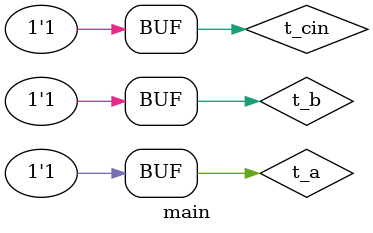
<source format=v>
module fulladder(a,b,cin,s,cout);
    input a,b,cin;
    output s,cout;
    assign s=((~a)&(~b)&(cin))|((~a)&(b)&(~cin))|((a)&(~b)&(~cin))|((a)&(b)&(cin));
    assign cout=(a&b)|(b&cin)|(a&cin);
endmodule

module main;
    wire t_s,t_cout;
    reg t_a,t_b,t_cin;
    fulladder test(.a(t_a),.b(t_b),.cin(t_cin),.s(t_s),.cout(t_cout));
    initial begin
    $monitor("a:",t_a,"  b:",t_b,"  c:",t_cin,"  sum:",t_s,"  cout:",t_cout);
    t_a=1'b0;
    t_b=1'b0;
    t_cin=1'b0;
    #5000
    t_a=1'b0;
    t_b=1'b0;
    t_cin=1'b1;
    #5000
    t_a=1'b0;
    t_b=1'b1;
    t_cin=1'b0;
    #5000
    t_a=1'b0;
    t_b=1'b1;
    t_cin=1'b1;
    #5000
    t_a=1'b1;
    t_b=1'b0;
    t_cin=1'b0;
    #5000
    t_a=1'b1;
    t_b=1'b0;
    t_cin=1'b1;
    #5000
    t_a=1'b1;
    t_b=1'b1;
    t_cin=1'b0;
    #5000
    t_a=1'b1;
    t_b=1'b1;
    t_cin=1'b1;
    end
endmodule

</source>
